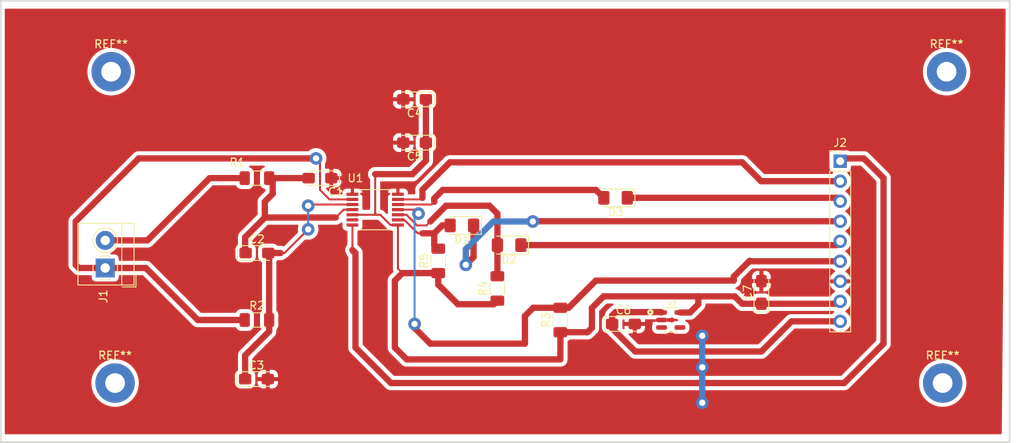
<source format=kicad_pcb>
(kicad_pcb (version 20211014) (generator pcbnew)
  (layers (0 "F.Cu" signal) (31 "B.Cu" signal) (34 "B.Paste" user) (35 "F.Paste" user) (36 "B.SilkS" user "B.Silkscreen") (37 "F.SilkS" user "F.Silkscreen") (38 "B.Mask" user) (39 "F.Mask" user) (44 "Edge.Cuts" user))
  (net 0 "")
  (net 1 "GNDD")
  (net 2 "/T+")
  (net 3 "/T-")
  (net 4 "+3.3V")
  (net 5 "/VIN")
  (net 6 "/~{CS}")
  (net 7 "Net-(D1-Pad2)")
  (net 8 "/SCK")
  (net 9 "Net-(D2-Pad2)")
  (net 10 "/SDI")
  (net 11 "Net-(D3-Pad2)")
  (net 12 "/THERM-")
  (net 13 "Net-(J1-Pad2)")
  (net 14 "/~{DRDY}")
  (net 15 "/~{FAULT}")
  (net 16 "/SDO")
  (footprint "libkicad:SOT95P280X145-5N" (layer "F.Cu") (at 167.5 100.5)
    (fp_text reference "U2" (at 0.17552 -2.123148) (layer "F.SilkS") (effects (font (size 0.484186 0.484186))))
    (fp_text value "MIC5225-3.3YM5-TR")
    (fp_line (start 0.85 -1.554) (end -0.85 -1.554) (layer "F.SilkS") (width 0.127))
    (fp_line (start -0.85 1.554) (end 0.85 1.554) (layer "F.SilkS") (width 0.127))
    (fp_circle (center -2.589 -0.992) (end -2.489 -0.992) (layer "F.SilkS") (width 0.3) (fill none))
    (pad "1" smd roundrect locked (at -1.165 -0.95 90) (size 0.58 1.39) (layers "F.Cu" "F.Paste" "F.Mask") (roundrect_rratio 0.37) (net 5 "/VIN"))
    (pad "2" smd roundrect locked (at -1.165 0 90) (size 0.58 1.39) (layers "F.Cu" "F.Paste" "F.Mask") (roundrect_rratio 0.37) (net 1 "GNDD"))
    (pad "3" smd roundrect locked (at -1.165 0.95 90) (size 0.58 1.39) (layers "F.Cu" "F.Paste" "F.Mask") (roundrect_rratio 0.37) (net 5 "/VIN"))
    (pad "4" smd roundrect locked (at 1.165 0.95 90) (size 0.58 1.39) (layers "F.Cu" "F.Paste" "F.Mask") (roundrect_rratio 0.37))
    (pad "5" smd roundrect locked (at 1.165 -0.95 90) (size 0.58 1.39) (layers "F.Cu" "F.Paste" "F.Mask") (roundrect_rratio 0.37) (net 4 "+3.3V"))
  )
  (footprint "Resistor_SMD:R_1206_3216Metric_Pad1.30x1.75mm_HandSolder" (layer "F.Cu") (at 138 93 90)
    (fp_text reference "R5" (at 0 -1.82 90) (layer "F.SilkS"))
    (fp_text value "10K")
    (fp_line (start -0.727064 -0.91) (end 0.727064 -0.91) (layer "F.SilkS") (width 0.12))
    (fp_line (start -0.727064 0.91) (end 0.727064 0.91) (layer "F.SilkS") (width 0.12))
    (pad "1" smd roundrect (at -1.55 0 90) (size 1.3 1.75) (layers "F.Cu" "F.Paste" "F.Mask") (roundrect_rratio 0.192308) (net 4 "+3.3V"))
    (pad "2" smd roundrect (at 1.55 0 90) (size 1.3 1.75) (layers "F.Cu" "F.Paste" "F.Mask") (roundrect_rratio 0.192308) (net 7 "Net-(D1-Pad2)"))
  )
  (footprint "Capacitor_Tantalum_SMD:CP_EIA-3216-10_Kemet-I_Pad1.58x1.35mm_HandSolder" (layer "F.Cu") (at 161.5 101)
    (fp_text reference "C6" (at 0 -1.75) (layer "F.SilkS"))
    (fp_text value "10uF")
    (fp_line (start -2.485 0.935) (end 1.6 0.935) (layer "F.SilkS") (width 0.12))
    (fp_line (start -2.485 -0.935) (end -2.485 0.935) (layer "F.SilkS") (width 0.12))
    (fp_line (start 1.6 -0.935) (end -2.485 -0.935) (layer "F.SilkS") (width 0.12))
    (pad "1" smd roundrect (at -1.4375 0) (size 1.575 1.35) (layers "F.Cu" "F.Paste" "F.Mask") (roundrect_rratio 0.185185) (net 5 "/VIN"))
    (pad "2" smd roundrect (at 1.4375 0) (size 1.575 1.35) (layers "F.Cu" "F.Paste" "F.Mask") (roundrect_rratio 0.185185) (net 1 "GNDD"))
  )
  (footprint "Capacitor_Tantalum_SMD:CP_EIA-3216-10_Kemet-I_Pad1.58x1.35mm_HandSolder" (layer "F.Cu") (at 115 92)
    (fp_text reference "C2" (at 0 -1.75) (layer "F.SilkS"))
    (fp_text value "0.1uF")
    (fp_line (start -2.485 -0.935) (end -2.485 0.935) (layer "F.SilkS") (width 0.12))
    (fp_line (start 1.6 -0.935) (end -2.485 -0.935) (layer "F.SilkS") (width 0.12))
    (fp_line (start -2.485 0.935) (end 1.6 0.935) (layer "F.SilkS") (width 0.12))
    (pad "1" smd roundrect (at -1.4375 0) (size 1.575 1.35) (layers "F.Cu" "F.Paste" "F.Mask") (roundrect_rratio 0.185185) (net 2 "/T+"))
    (pad "2" smd roundrect (at 1.4375 0) (size 1.575 1.35) (layers "F.Cu" "F.Paste" "F.Mask") (roundrect_rratio 0.185185) (net 3 "/T-"))
  )
  (footprint "Diode_SMD:D_1206_3216Metric_Pad1.42x1.75mm_HandSolder" (layer "F.Cu") (at 141 88.5 180)
    (fp_text reference "D1" (at 0 -1.82) (layer "F.SilkS"))
    (fp_text value "1N4148")
    (fp_line (start -2.46 1.135) (end 1.6 1.135) (layer "F.SilkS") (width 0.12))
    (fp_line (start -2.46 -1.135) (end -2.46 1.135) (layer "F.SilkS") (width 0.12))
    (fp_line (start 1.6 -1.135) (end -2.46 -1.135) (layer "F.SilkS") (width 0.12))
    (pad "1" smd roundrect (at -1.4875 0 180) (size 1.425 1.75) (layers "F.Cu" "F.Paste" "F.Mask") (roundrect_rratio 0.175439) (net 6 "/~{CS}"))
    (pad "2" smd roundrect (at 1.4875 0 180) (size 1.425 1.75) (layers "F.Cu" "F.Paste" "F.Mask") (roundrect_rratio 0.175439) (net 7 "Net-(D1-Pad2)"))
  )
  (footprint "Resistor_SMD:R_1206_3216Metric_Pad1.30x1.75mm_HandSolder" (layer "F.Cu") (at 115 82.5)
    (fp_text reference "R1" (at -2.5 -2) (layer "F.SilkS"))
    (fp_text value "100")
    (fp_line (start -0.727064 -0.91) (end 0.727064 -0.91) (layer "F.SilkS") (width 0.12))
    (fp_line (start -0.727064 0.91) (end 0.727064 0.91) (layer "F.SilkS") (width 0.12))
    (pad "1" smd roundrect (at -1.55 0) (size 1.3 1.75) (layers "F.Cu" "F.Paste" "F.Mask") (roundrect_rratio 0.192308) (net 13 "Net-(J1-Pad2)"))
    (pad "2" smd roundrect (at 1.55 0) (size 1.3 1.75) (layers "F.Cu" "F.Paste" "F.Mask") (roundrect_rratio 0.192308) (net 2 "/T+"))
  )
  (footprint "Resistor_SMD:R_1206_3216Metric_Pad1.30x1.75mm_HandSolder" (layer "F.Cu") (at 145.5 96.5 90)
    (fp_text reference "R4" (at 0 -1.82 90) (layer "F.SilkS"))
    (fp_text value "10K")
    (fp_line (start -0.727064 -0.91) (end 0.727064 -0.91) (layer "F.SilkS") (width 0.12))
    (fp_line (start -0.727064 0.91) (end 0.727064 0.91) (layer "F.SilkS") (width 0.12))
    (pad "1" smd roundrect (at -1.55 0 90) (size 1.3 1.75) (layers "F.Cu" "F.Paste" "F.Mask") (roundrect_rratio 0.192308) (net 4 "+3.3V"))
    (pad "2" smd roundrect (at 1.55 0 90) (size 1.3 1.75) (layers "F.Cu" "F.Paste" "F.Mask") (roundrect_rratio 0.192308) (net 9 "Net-(D2-Pad2)"))
  )
  (footprint "MountingHole:MountingHole_2.5mm_Pad" (layer "F.Cu") (at 202 108.5)
    (fp_text reference "REF**" (at 0 -3.5) (layer "F.SilkS"))
    (fp_text value "MountingHole_2.5mm_Pad")
    (pad "1" thru_hole circle (at 0 0) (size 5 5) (drill 2.5) (layers *.Cu *.Mask))
  )
  (footprint "Resistor_SMD:R_1206_3216Metric_Pad1.30x1.75mm_HandSolder" (layer "F.Cu") (at 153.5 100.5 90)
    (fp_text reference "R3" (at 0 -1.82 90) (layer "F.SilkS"))
    (fp_text value "10K")
    (fp_line (start -0.727064 0.91) (end 0.727064 0.91) (layer "F.SilkS") (width 0.12))
    (fp_line (start -0.727064 -0.91) (end 0.727064 -0.91) (layer "F.SilkS") (width 0.12))
    (pad "1" smd roundrect (at -1.55 0 90) (size 1.3 1.75) (layers "F.Cu" "F.Paste" "F.Mask") (roundrect_rratio 0.192308) (net 4 "+3.3V"))
    (pad "2" smd roundrect (at 1.55 0 90) (size 1.3 1.75) (layers "F.Cu" "F.Paste" "F.Mask") (roundrect_rratio 0.192308) (net 16 "/SDO"))
  )
  (footprint "Capacitor_Tantalum_SMD:CP_EIA-3216-10_Kemet-I_Pad1.58x1.35mm_HandSolder" (layer "F.Cu") (at 179 97 90)
    (fp_text reference "C7" (at 0 -1.75 90) (layer "F.SilkS"))
    (fp_text value "10uF")
    (fp_line (start -2.485 -0.935) (end -2.485 0.935) (layer "F.SilkS") (width 0.12))
    (fp_line (start 1.6 -0.935) (end -2.485 -0.935) (layer "F.SilkS") (width 0.12))
    (fp_line (start -2.485 0.935) (end 1.6 0.935) (layer "F.SilkS") (width 0.12))
    (pad "1" smd roundrect (at -1.4375 0 90) (size 1.575 1.35) (layers "F.Cu" "F.Paste" "F.Mask") (roundrect_rratio 0.185185) (net 4 "+3.3V"))
    (pad "2" smd roundrect (at 1.4375 0 90) (size 1.575 1.35) (layers "F.Cu" "F.Paste" "F.Mask") (roundrect_rratio 0.185185) (net 1 "GNDD"))
  )
  (footprint "MountingHole:MountingHole_2.5mm_Pad" (layer "F.Cu") (at 96.5 69)
    (fp_text reference "REF**" (at 0 -3.5) (layer "F.SilkS"))
    (fp_text value "MountingHole_2.5mm_Pad")
    (pad "1" thru_hole circle (at 0 0) (size 5 5) (drill 2.5) (layers *.Cu *.Mask))
  )
  (footprint "Capacitor_Tantalum_SMD:CP_EIA-3216-10_Kemet-I_Pad1.58x1.35mm_HandSolder" (layer "F.Cu") (at 114.9375 108)
    (fp_text reference "C3" (at 0 -1.75) (layer "F.SilkS"))
    (fp_text value "0.01uF")
    (fp_line (start -2.485 0.935) (end 1.6 0.935) (layer "F.SilkS") (width 0.12))
    (fp_line (start 1.6 -0.935) (end -2.485 -0.935) (layer "F.SilkS") (width 0.12))
    (fp_line (start -2.485 -0.935) (end -2.485 0.935) (layer "F.SilkS") (width 0.12))
    (pad "1" smd roundrect (at -1.4375 0) (size 1.575 1.35) (layers "F.Cu" "F.Paste" "F.Mask") (roundrect_rratio 0.185185) (net 3 "/T-"))
    (pad "2" smd roundrect (at 1.4375 0) (size 1.575 1.35) (layers "F.Cu" "F.Paste" "F.Mask") (roundrect_rratio 0.185185) (net 1 "GNDD"))
  )
  (footprint "TerminalBlock_4Ucon:TerminalBlock_4Ucon_1x02_P3.50mm_Horizontal" (layer "F.Cu") (at 95.75 93.9 90)
    (fp_text reference "J1" (at -3.6 -0.25 90) (layer "F.SilkS"))
    (fp_text value "Screw_Terminal_01x02")
    (fp_line (start -2.16 -3.46) (end 5.66 -3.46) (layer "F.SilkS") (width 0.12))
    (fp_line (start 5.66 -3.46) (end 5.66 3.66) (layer "F.SilkS") (width 0.12))
    (fp_line (start -2.16 -3.46) (end -2.16 3.66) (layer "F.SilkS") (width 0.12))
    (fp_line (start -2.4 2.16) (end -2.4 3.9) (layer "F.SilkS") (width 0.12))
    (fp_line (start -2.4 3.9) (end -0.9 3.9) (layer "F.SilkS") (width 0.12))
    (fp_line (start -2.16 2.1) (end 5.66 2.1) (layer "F.SilkS") (width 0.12))
    (fp_line (start -2.16 3.66) (end 5.66 3.66) (layer "F.SilkS") (width 0.12))
    (fp_arc (start 0.607587 1.431385) (mid 0.310017 1.523783) (end 0 1.555) (layer "F.SilkS") (width 0.12))
    (fp_arc (start 1.432109 -0.607742) (mid 1.555727 0.00014) (end 1.432 0.608) (layer "F.SilkS") (width 0.12))
    (fp_arc (start -1.432109 0.607742) (mid -1.555727 -0.00014) (end -1.432 -0.608) (layer "F.SilkS") (width 0.12))
    (fp_arc (start -0.607742 -1.432109) (mid 0.00014 -1.555727) (end 0.608 -1.432) (layer "F.SilkS") (width 0.12))
    (fp_arc (start 0.027011 1.555493) (mid -0.296984 1.527118) (end -0.608 1.432) (layer "F.SilkS") (width 0.12))
    (fp_circle (center 3.5 0) (end 5.055 0) (layer "F.SilkS") (width 0.12) (fill none))
    (pad "1" thru_hole rect (at 0 0 90) (size 2.4 2.4) (drill 1.2) (layers *.Cu *.Mask) (net 12 "/THERM-"))
    (pad "2" thru_hole circle (at 3.5 0 90) (size 2.4 2.4) (drill 1.2) (layers *.Cu *.Mask) (net 13 "Net-(J1-Pad2)"))
  )
  (footprint "Connector_PinHeader_2.54mm:PinHeader_1x09_P2.54mm_Vertical" (layer "F.Cu") (at 189 80.35)
    (fp_text reference "J2" (at 0 -2.33) (layer "F.SilkS"))
    (fp_text value "Conn_01x09_Male")
    (fp_line (start -1.33 1.27) (end -1.33 21.65) (layer "F.SilkS") (width 0.12))
    (fp_line (start -1.33 1.27) (end 1.33 1.27) (layer "F.SilkS") (width 0.12))
    (fp_line (start 1.33 1.27) (end 1.33 21.65) (layer "F.SilkS") (width 0.12))
    (fp_line (start -1.33 -1.33) (end 0 -1.33) (layer "F.SilkS") (width 0.12))
    (fp_line (start -1.33 21.65) (end 1.33 21.65) (layer "F.SilkS") (width 0.12))
    (fp_line (start -1.33 0) (end -1.33 -1.33) (layer "F.SilkS") (width 0.12))
    (pad "1" thru_hole rect (at 0 0) (size 1.7 1.7) (drill 1) (layers *.Cu *.Mask) (net 14 "/~{DRDY}"))
    (pad "2" thru_hole oval (at 0 2.54) (size 1.7 1.7) (drill 1) (layers *.Cu *.Mask) (net 15 "/~{FAULT}"))
    (pad "3" thru_hole oval (at 0 5.08) (size 1.7 1.7) (drill 1) (layers *.Cu *.Mask) (net 10 "/SDI"))
    (pad "4" thru_hole oval (at 0 7.62) (size 1.7 1.7) (drill 1) (layers *.Cu *.Mask) (net 6 "/~{CS}"))
    (pad "5" thru_hole oval (at 0 10.16) (size 1.7 1.7) (drill 1) (layers *.Cu *.Mask) (net 8 "/SCK"))
    (pad "6" thru_hole oval (at 0 12.7) (size 1.7 1.7) (drill 1) (layers *.Cu *.Mask) (net 16 "/SDO"))
    (pad "7" thru_hole oval (at 0 15.24) (size 1.7 1.7) (drill 1) (layers *.Cu *.Mask) (net 1 "GNDD"))
    (pad "8" thru_hole oval (at 0 17.78) (size 1.7 1.7) (drill 1) (layers *.Cu *.Mask) (net 4 "+3.3V"))
    (pad "9" thru_hole oval (at 0 20.32) (size 1.7 1.7) (drill 1) (layers *.Cu *.Mask) (net 5 "/VIN"))
  )
  (footprint "Capacitor_Tantalum_SMD:CP_EIA-3216-10_Kemet-I_Pad1.58x1.35mm_HandSolder" (layer "F.Cu") (at 123 82.5 180)
    (fp_text reference "C1" (at -2 -1.75) (layer "F.SilkS"))
    (fp_text value "0.01uF")
    (fp_line (start -2.485 -0.935) (end -2.485 0.935) (layer "F.SilkS") (width 0.12))
    (fp_line (start -2.485 0.935) (end 1.6 0.935) (layer "F.SilkS") (width 0.12))
    (fp_line (start 1.6 -0.935) (end -2.485 -0.935) (layer "F.SilkS") (width 0.12))
    (pad "1" smd roundrect (at -1.4375 0 180) (size 1.575 1.35) (layers "F.Cu" "F.Paste" "F.Mask") (roundrect_rratio 0.185185) (net 1 "GNDD"))
    (pad "2" smd roundrect (at 1.4375 0 180) (size 1.575 1.35) (layers "F.Cu" "F.Paste" "F.Mask") (roundrect_rratio 0.185185) (net 2 "/T+"))
  )
  (footprint "Diode_SMD:D_1206_3216Metric_Pad1.42x1.75mm_HandSolder" (layer "F.Cu") (at 147 91 180)
    (fp_text reference "D2" (at 0 -1.82) (layer "F.SilkS"))
    (fp_text value "1N4148")
    (fp_line (start 1.6 -1.135) (end -2.46 -1.135) (layer "F.SilkS") (width 0.12))
    (fp_line (start -2.46 1.135) (end 1.6 1.135) (layer "F.SilkS") (width 0.12))
    (fp_line (start -2.46 -1.135) (end -2.46 1.135) (layer "F.SilkS") (width 0.12))
    (pad "1" smd roundrect (at -1.4875 0 180) (size 1.425 1.75) (layers "F.Cu" "F.Paste" "F.Mask") (roundrect_rratio 0.175439) (net 8 "/SCK"))
    (pad "2" smd roundrect (at 1.4875 0 180) (size 1.425 1.75) (layers "F.Cu" "F.Paste" "F.Mask") (roundrect_rratio 0.175439) (net 9 "Net-(D2-Pad2)"))
  )
  (footprint "Resistor_SMD:R_1206_3216Metric_Pad1.30x1.75mm_HandSolder" (layer "F.Cu") (at 115 100.5)
    (fp_text reference "R2" (at 0 -1.82) (layer "F.SilkS"))
    (fp_text value "100")
    (fp_line (start -0.727064 -0.91) (end 0.727064 -0.91) (layer "F.SilkS") (width 0.12))
    (fp_line (start -0.727064 0.91) (end 0.727064 0.91) (layer "F.SilkS") (width 0.12))
    (pad "1" smd roundrect (at -1.55 0) (size 1.3 1.75) (layers "F.Cu" "F.Paste" "F.Mask") (roundrect_rratio 0.192308) (net 12 "/THERM-"))
    (pad "2" smd roundrect (at 1.55 0) (size 1.3 1.75) (layers "F.Cu" "F.Paste" "F.Mask") (roundrect_rratio 0.192308) (net 3 "/T-"))
  )
  (footprint "Capacitor_Tantalum_SMD:CP_EIA-3216-10_Kemet-I_Pad1.58x1.35mm_HandSolder" (layer "F.Cu") (at 135 72.5 180)
    (fp_text reference "C4" (at 0 -1.75) (layer "F.SilkS"))
    (fp_text value "0.1uF")
    (fp_line (start -2.485 0.935) (end 1.6 0.935) (layer "F.SilkS") (width 0.12))
    (fp_line (start -2.485 -0.935) (end -2.485 0.935) (layer "F.SilkS") (width 0.12))
    (fp_line (start 1.6 -0.935) (end -2.485 -0.935) (layer "F.SilkS") (width 0.12))
    (pad "1" smd roundrect (at -1.4375 0 180) (size 1.575 1.35) (layers "F.Cu" "F.Paste" "F.Mask") (roundrect_rratio 0.185185) (net 4 "+3.3V"))
    (pad "2" smd roundrect (at 1.4375 0 180) (size 1.575 1.35) (layers "F.Cu" "F.Paste" "F.Mask") (roundrect_rratio 0.185185) (net 1 "GNDD"))
  )
  (footprint "libkicad:SOP65P640X110-14N" (layer "F.Cu") (at 130 86.5)
    (fp_text reference "U1" (at -2.5 -4) (layer "F.SilkS"))
    (fp_text value "MAX31856MUD+T")
    (fp_line (start -2.25 2.55) (end 2.25 2.55) (layer "F.SilkS") (width 0.127))
    (fp_line (start -2.25 -2.55) (end 2.25 -2.55) (layer "F.SilkS") (width 0.127))
    (fp_circle (center -4.385 -2.36) (end -4.285 -2.36) (layer "F.SilkS") (width 0.2) (fill none))
    (pad "1" smd roundrect locked (at -2.885 -1.95) (size 1.5 0.41) (layers "F.Cu" "F.Paste" "F.Mask") (roundrect_rratio 0.05) (net 1 "GNDD"))
    (pad "2" smd roundrect locked (at -2.885 -1.3) (size 1.5 0.41) (layers "F.Cu" "F.Paste" "F.Mask") (roundrect_rratio 0.05) (net 12 "/THERM-"))
    (pad "3" smd roundrect locked (at -2.885 -0.65) (size 1.5 0.41) (layers "F.Cu" "F.Paste" "F.Mask") (roundrect_rratio 0.05) (net 3 "/T-"))
    (pad "4" smd roundrect locked (at -2.885 0) (size 1.5 0.41) (layers "F.Cu" "F.Paste" "F.Mask") (roundrect_rratio 0.05) (net 2 "/T+"))
    (pad "5" smd roundrect locked (at -2.885 0.65) (size 1.5 0.41) (layers "F.Cu" "F.Paste" "F.Mask") (roundrect_rratio 0.05) (net 4 "+3.3V"))
    (pad "6" smd roundrect locked (at -2.885 1.3) (size 1.5 0.41) (layers "F.Cu" "F.Paste" "F.Mask") (roundrect_rratio 0.05))
    (pad "7" smd roundrect locked (at -2.885 1.95) (size 1.5 0.41) (layers "F.Cu" "F.Paste" "F.Mask") (roundrect_rratio 0.05) (net 14 "/~{DRDY}"))
    (pad "8" smd roundrect locked (at 2.885 1.95) (size 1.5 0.41) (layers "F.Cu" "F.Paste" "F.Mask") (roundrect_rratio 0.05) (net 4 "+3.3V"))
    (pad "9" smd roundrect locked (at 2.885 1.3) (size 1.5 0.41) (layers "F.Cu" "F.Paste" "F.Mask") (roundrect_rratio 0.05) (net 7 "Net-(D1-Pad2)"))
    (pad "10" smd roundrect locked (at 2.885 0.65) (size 1.5 0.41) (layers "F.Cu" "F.Paste" "F.Mask") (roundrect_rratio 0.05) (net 9 "Net-(D2-Pad2)"))
    (pad "11" smd roundrect locked (at 2.885 0) (size 1.5 0.41) (layers "F.Cu" "F.Paste" "F.Mask") (roundrect_rratio 0.05) (net 16 "/SDO"))
    (pad "12" smd roundrect locked (at 2.885 -0.65) (size 1.5 0.41) (layers "F.Cu" "F.Paste" "F.Mask") (roundrect_rratio 0.05) (net 11 "Net-(D3-Pad2)"))
    (pad "13" smd roundrect locked (at 2.885 -1.3) (size 1.5 0.41) (layers "F.Cu" "F.Paste" "F.Mask") (roundrect_rratio 0.05) (net 15 "/~{FAULT}"))
    (pad "14" smd roundrect locked (at 2.885 -1.95) (size 1.5 0.41) (layers "F.Cu" "F.Paste" "F.Mask") (roundrect_rratio 0.05) (net 1 "GNDD"))
  )
  (footprint "MountingHole:MountingHole_2.5mm_Pad" (layer "F.Cu") (at 97 108.5)
    (fp_text reference "REF**" (at 0 -3.5) (layer "F.SilkS"))
    (fp_text value "MountingHole_2.5mm_Pad")
    (pad "1" thru_hole circle (at 0 0) (size 5 5) (drill 2.5) (layers *.Cu *.Mask))
  )
  (footprint "Diode_SMD:D_1206_3216Metric_Pad1.42x1.75mm_HandSolder" (layer "F.Cu") (at 160.5 85 180)
    (fp_text reference "D3" (at 0 -1.82) (layer "F.SilkS"))
    (fp_text value "1N4148")
    (fp_line (start -2.46 1.135) (end 1.6 1.135) (layer "F.SilkS") (width 0.12))
    (fp_line (start 1.6 -1.135) (end -2.46 -1.135) (layer "F.SilkS") (width 0.12))
    (fp_line (start -2.46 -1.135) (end -2.46 1.135) (layer "F.SilkS") (width 0.12))
    (pad "1" smd roundrect (at -1.4875 0 180) (size 1.425 1.75) (layers "F.Cu" "F.Paste" "F.Mask") (roundrect_rratio 0.175439) (net 10 "/SDI"))
    (pad "2" smd roundrect (at 1.4875 0 180) (size 1.425 1.75) (layers "F.Cu" "F.Paste" "F.Mask") (roundrect_rratio 0.175439) (net 11 "Net-(D3-Pad2)"))
  )
  (footprint "MountingHole:MountingHole_2.5mm_Pad" (layer "F.Cu") (at 202.5 69)
    (fp_text reference "REF**" (at 0 -3.5) (layer "F.SilkS"))
    (fp_text value "MountingHole_2.5mm_Pad")
    (pad "1" thru_hole circle (at 0 0) (size 5 5) (drill 2.5) (layers *.Cu *.Mask))
  )
  (footprint "Capacitor_Tantalum_SMD:CP_EIA-3216-10_Kemet-I_Pad1.58x1.35mm_HandSolder" (layer "F.Cu") (at 135 78 180)
    (fp_text reference "C5" (at 0 -1.75) (layer "F.SilkS"))
    (fp_text value "0.1uF")
    (fp_line (start -2.485 0.935) (end 1.6 0.935) (layer "F.SilkS") (width 0.12))
    (fp_line (start -2.485 -0.935) (end -2.485 0.935) (layer "F.SilkS") (width 0.12))
    (fp_line (start 1.6 -0.935) (end -2.485 -0.935) (layer "F.SilkS") (width 0.12))
    (pad "1" smd roundrect (at -1.4375 0 180) (size 1.575 1.35) (layers "F.Cu" "F.Paste" "F.Mask") (roundrect_rratio 0.185185) (net 4 "+3.3V"))
    (pad "2" smd roundrect (at 1.4375 0 180) (size 1.575 1.35) (layers "F.Cu" "F.Paste" "F.Mask") (roundrect_rratio 0.185185) (net 1 "GNDD"))
  )
  (gr_rect (start 82.5 60) (end 210.5 116) (layer "Edge.Cuts") (width 0.2) (fill none))
  (segment (start 162.9375 101) (end 162.9375 101.4375) (width 0.8) (layer "F.Cu") (net 1))
  (segment (start 188.9725 95.5625) (end 189 95.59) (width 0.25) (layer "F.Cu") (net 1))
  (via (at 171.5 102.5) (size 1.6) (drill 0.8) (layers "F.Cu" "B.Cu") (net 1))
  (via (at 171.5 111) (size 1.6) (drill 0.8) (layers "F.Cu" "B.Cu") (net 1))
  (via (at 171.5 106.5) (size 1.6) (drill 0.8) (layers "F.Cu" "B.Cu") (net 1))
  (segment (start 171.5 106.5) (end 171.5 102.5) (width 0.8) (layer "B.Cu") (net 1))
  (segment (start 171.5 111) (end 171.5 106.5) (width 0.8) (layer "B.Cu") (net 1))
  (segment (start 116.55 82.5) (end 117 82.95) (width 0.8) (layer "F.Cu") (net 2))
  (segment (start 113.5 91.9375) (end 113.5625 92) (width 0.8) (layer "F.Cu") (net 2))
  (segment (start 116.55 82.5) (end 121.5625 82.5) (width 0.8) (layer "F.Cu") (net 2))
  (segment (start 117 84.5) (end 116 85.5) (width 0.8) (layer "F.Cu") (net 2))
  (segment (start 116 86.5) (end 116 87) (width 0.8) (layer "F.Cu") (net 2))
  (segment (start 116 85.5) (end 116 86.5) (width 0.8) (layer "F.Cu") (net 2))
  (segment (start 116.5625 82.4875) (end 116.55 82.5) (width 0.8) (layer "F.Cu") (net 2))
  (segment (start 126 86.5) (end 125 87.5) (width 0.25) (layer "F.Cu") (net 2))
  (segment (start 113.5 90) (end 113.5 91.9375) (width 0.8) (layer "F.Cu") (net 2))
  (segment (start 127.115 86.5) (end 126 86.5) (width 0.25) (layer "F.Cu") (net 2))
  (segment (start 116 87.5) (end 125 87.5) (width 0.8) (layer "F.Cu") (net 2))
  (segment (start 116 87) (end 116 87.5) (width 0.8) (layer "F.Cu") (net 2))
  (segment (start 113.45 92.1125) (end 113.5625 92) (width 0.2) (layer "F.Cu") (net 2))
  (segment (start 116 87.5) (end 113.5 90) (width 0.8) (layer "F.Cu") (net 2))
  (segment (start 117 82.95) (end 117 84.5) (width 0.8) (layer "F.Cu") (net 2))
  (segment (start 121.5 89) (end 118.5 92) (width 0.25) (layer "F.Cu") (net 3))
  (segment (start 127.115 85.85) (end 121.35 85.85) (width 0.25) (layer "F.Cu") (net 3))
  (segment (start 116.4375 92) (end 118 92) (width 0.8) (layer "F.Cu") (net 3))
  (segment (start 116.55 92.1125) (end 116.55 100.5) (width 0.8) (layer "F.Cu") (net 3))
  (segment (start 118.5 92) (end 118 92) (width 0.25) (layer "F.Cu") (net 3))
  (segment (start 117 100.05) (end 116.55 100.5) (width 0.2) (layer "F.Cu") (net 3))
  (segment (start 113.5 105) (end 116.55 101.95) (width 0.8) (layer "F.Cu") (net 3))
  (segment (start 113.5 108) (end 113.5 105) (width 0.8) (layer "F.Cu") (net 3))
  (segment (start 116.4375 92) (end 116.55 92.1125) (width 0.8) (layer "F.Cu") (net 3))
  (segment (start 116.55 101.95) (end 116.55 100.5) (width 0.8) (layer "F.Cu") (net 3))
  (segment (start 116.5 100.45) (end 116.55 100.5) (width 0.8) (layer "F.Cu") (net 3))
  (via (at 121.5 86) (size 1.6) (drill 0.8) (layers "F.Cu" "B.Cu") (net 3))
  (via (at 121.5 89) (size 1.6) (drill 0.8) (layers "F.Cu" "B.Cu") (net 3))
  (segment (start 121.5 86) (end 121.5 89) (width 0.25) (layer "B.Cu") (net 3))
  (segment (start 157.5 98.975) (end 158.975 97.5) (width 0.8) (layer "F.Cu") (net 4))
  (segment (start 176.5625 98.4375) (end 179 98.4375) (width 0.8) (layer "F.Cu") (net 4))
  (segment (start 158.975 97.5) (end 171 97.5) (width 0.8) (layer "F.Cu") (net 4))
  (segment (start 132.885 88.45) (end 132.885 93.985) (width 0.25) (layer "F.Cu") (net 4))
  (segment (start 156.95 102.05) (end 157.5 101.5) (width 0.8) (layer "F.Cu") (net 4))
  (segment (start 133.45 94.55) (end 132.5 95.5) (width 0.8) (layer "F.Cu") (net 4))
  (segment (start 132.885 93.985) (end 133.45 94.55) (width 0.25) (layer "F.Cu") (net 4))
  (segment (start 138 94.55) (end 133.45 94.55) (width 0.8) (layer "F.Cu") (net 4))
  (segment (start 179 98.4375) (end 188.6925 98.4375) (width 0.8) (layer "F.Cu") (net 4))
  (segment (start 130 87) (end 130.15 87.15) (width 0.25) (layer "F.Cu") (net 4))
  (segment (start 169.95 99.55) (end 168.665 99.55) (width 0.8) (layer "F.Cu") (net 4))
  (segment (start 134.725 82) (end 130 82) (width 0.8) (layer "F.Cu") (net 4))
  (segment (start 157.5 101.5) (end 157.5 98.975) (width 0.8) (layer "F.Cu") (net 4))
  (segment (start 140.5 98.5) (end 145.05 98.5) (width 0.8) (layer "F.Cu") (net 4))
  (segment (start 138 94.55) (end 138 96) (width 0.8) (layer "F.Cu") (net 4))
  (segment (start 145.05 98.5) (end 145.5 98.05) (width 0.8) (layer "F.Cu") (net 4))
  (segment (start 188.6925 98.4375) (end 189 98.13) (width 0.8) (layer "F.Cu") (net 4))
  (segment (start 130.15 87.15) (end 130.65 87.15) (width 0.25) (layer "F.Cu") (net 4))
  (segment (start 132.5 95.5) (end 132.5 104) (width 0.8) (layer "F.Cu") (net 4))
  (segment (start 171 97.5) (end 171 98.5) (width 0.8) (layer "F.Cu") (net 4))
  (segment (start 132.5 104) (end 134 105.5) (width 0.8) (layer "F.Cu") (net 4))
  (segment (start 131.95 88.45) (end 132.885 88.45) (width 0.25) (layer "F.Cu") (net 4))
  (segment (start 134 105.5) (end 153.5 105.5) (width 0.8) (layer "F.Cu") (net 4))
  (segment (start 130 82) (end 130 87) (width 0.25) (layer "F.Cu") (net 4))
  (segment (start 153.5 105.5) (end 153.5 102.05) (width 0.8) (layer "F.Cu") (net 4))
  (segment (start 175.625 97.5) (end 176.5625 98.4375) (width 0.8) (layer "F.Cu") (net 4))
  (segment (start 136.4375 78) (end 136.4375 80.2875) (width 0.8) (layer "F.Cu") (net 4))
  (segment (start 171 98.5) (end 169.95 99.55) (width 0.8) (layer "F.Cu") (net 4))
  (segment (start 153.5 102.05) (end 156.95 102.05) (width 0.8) (layer "F.Cu") (net 4))
  (segment (start 130.65 87.15) (end 131.95 88.45) (width 0.25) (layer "F.Cu") (net 4))
  (segment (start 138 96) (end 140.5 98.5) (width 0.8) (layer "F.Cu") (net 4))
  (segment (start 136.4375 80.2875) (end 134.725 82) (width 0.8) (layer "F.Cu") (net 4))
  (segment (start 127.115 87.15) (end 129.85 87.15) (width 0.25) (layer "F.Cu") (net 4))
  (segment (start 129.85 87.15) (end 130.15 87.15) (width 0.25) (layer "F.Cu") (net 4))
  (segment (start 136.4375 72.5) (end 136.4375 78) (width 0.8) (layer "F.Cu") (net 4))
  (segment (start 171 97.5) (end 175.625 97.5) (width 0.8) (layer "F.Cu") (net 4))
  (segment (start 160.0625 99.9375) (end 160.5 99.5) (width 0.8) (layer "F.Cu") (net 5))
  (segment (start 179 104.5) (end 182.83 100.67) (width 0.8) (layer "F.Cu") (net 5))
  (segment (start 166.335 99.55) (end 162.55 99.55) (width 0.25) (layer "F.Cu") (net 5))
  (segment (start 160.0625 101.5625) (end 163 104.5) (width 0.8) (layer "F.Cu") (net 5))
  (segment (start 160.0625 101) (end 160.0625 99.9375) (width 0.8) (layer "F.Cu") (net 5))
  (segment (start 166.285 99.5) (end 166.335 99.55) (width 0.8) (layer "F.Cu") (net 5))
  (segment (start 182.83 100.67) (end 189 100.67) (width 0.8) (layer "F.Cu") (net 5))
  (segment (start 160.5 99.5) (end 166.285 99.5) (width 0.8) (layer "F.Cu") (net 5))
  (segment (start 163 104.5) (end 179 104.5) (width 0.8) (layer "F.Cu") (net 5))
  (segment (start 160.0625 101) (end 160.0625 101.5625) (width 0.8) (layer "F.Cu") (net 5))
  (segment (start 189 87.97) (end 150.03 87.97) (width 0.8) (layer "F.Cu") (net 6))
  (segment (start 150.03 87.97) (end 150 88) (width 0.8) (layer "F.Cu") (net 6))
  (segment (start 141.5 93.5) (end 142.4875 92.5125) (width 0.8) (layer "F.Cu") (net 6))
  (segment (start 142.4875 92.5125) (end 142.4875 88.5) (width 0.8) (layer "F.Cu") (net 6))
  (via (at 141.5 93.5) (size 1.6) (drill 0.8) (layers "F.Cu" "B.Cu") (net 6))
  (via (at 150 88) (size 1.6) (drill 0.8) (layers "F.Cu" "B.Cu") (net 6))
  (segment (start 141.5 91.5) (end 145 88) (width 0.8) (layer "B.Cu") (net 6))
  (segment (start 141.5 93.5) (end 141.5 91.5) (width 0.8) (layer "B.Cu") (net 6))
  (segment (start 145 88) (end 150 88) (width 0.8) (layer "B.Cu") (net 6))
  (segment (start 138.5 88.5) (end 137.5 89.5) (width 0.8) (layer "F.Cu") (net 7))
  (segment (start 139.5125 88.5) (end 138.5 88.5) (width 0.8) (layer "F.Cu") (net 7))
  (segment (start 137.5 89.5) (end 137.5 90.95) (width 0.8) (layer "F.Cu") (net 7))
  (segment (start 135.4 89.5) (end 136 89.5) (width 0.25) (layer "F.Cu") (net 7))
  (segment (start 137.5 89.5) (end 136 89.5) (width 0.8) (layer "F.Cu") (net 7))
  (segment (start 133.7 87.8) (end 135.4 89.5) (width 0.25) (layer "F.Cu") (net 7))
  (segment (start 132.885 87.8) (end 133.7 87.8) (width 0.25) (layer "F.Cu") (net 7))
  (segment (start 137.5 90.95) (end 138 91.45) (width 0.8) (layer "F.Cu") (net 7))
  (segment (start 188.51 91) (end 189 90.51) (width 0.8) (layer "F.Cu") (net 8))
  (segment (start 148.4875 91) (end 188.51 91) (width 0.8) (layer "F.Cu") (net 8))
  (segment (start 144.5 86) (end 139 86) (width 0.8) (layer "F.Cu") (net 9))
  (segment (start 145.5125 87.0125) (end 144.5 86) (width 0.8) (layer "F.Cu") (net 9))
  (segment (start 137 88) (end 136.5 88.5) (width 0.25) (layer "F.Cu") (net 9))
  (segment (start 135.325 88.5) (end 133.975 87.15) (width 0.25) (layer "F.Cu") (net 9))
  (segment (start 136.5 88.5) (end 135.325 88.5) (width 0.25) (layer "F.Cu") (net 9))
  (segment (start 145.5125 91) (end 145.5125 87.0125) (width 0.8) (layer "F.Cu") (net 9))
  (segment (start 133.975 87.15) (end 132.885 87.15) (width 0.25) (layer "F.Cu") (net 9))
  (segment (start 145.5125 94.9375) (end 145.5 94.95) (width 0.8) (layer "F.Cu") (net 9))
  (segment (start 139 86) (end 137 88) (width 0.8) (layer "F.Cu") (net 9))
  (segment (start 145.5125 91) (end 145.5125 94.9375) (width 0.8) (layer "F.Cu") (net 9))
  (segment (start 188.57 85) (end 189 85.43) (width 0.8) (layer "F.Cu") (net 10))
  (segment (start 161.9875 85) (end 188.57 85) (width 0.8) (layer "F.Cu") (net 10))
  (segment (start 137.5 85.5) (end 137.5 85.075) (width 0.8) (layer "F.Cu") (net 11))
  (segment (start 137.5 85.5) (end 137.15 85.85) (width 0.25) (layer "F.Cu") (net 11))
  (segment (start 138.575 84) (end 158.0125 84) (width 0.8) (layer "F.Cu") (net 11))
  (segment (start 158.0125 84) (end 159.0125 85) (width 0.8) (layer "F.Cu") (net 11))
  (segment (start 137.5 85.075) (end 138.575 84) (width 0.8) (layer "F.Cu") (net 11))
  (segment (start 137.15 85.85) (end 132.885 85.85) (width 0.25) (layer "F.Cu") (net 11))
  (segment (start 123 80.5) (end 123 84) (width 0.25) (layer "F.Cu") (net 12))
  (segment (start 100 80) (end 122.5 80) (width 0.8) (layer "F.Cu") (net 12))
  (segment (start 95.75 93.9) (end 100.9 93.9) (width 0.8) (layer "F.Cu") (net 12))
  (segment (start 123 84) (end 124.2 85.2) (width 0.25) (layer "F.Cu") (net 12))
  (segment (start 124.2 85.2) (end 127.115 85.2) (width 0.25) (layer "F.Cu") (net 12))
  (segment (start 107.5 100.5) (end 113.45 100.5) (width 0.8) (layer "F.Cu") (net 12))
  (segment (start 122.5 80) (end 123 80.5) (width 0.25) (layer "F.Cu") (net 12))
  (segment (start 92.4 93.9) (end 92 93.5) (width 0.8) (layer "F.Cu") (net 12))
  (segment (start 95.75 93.9) (end 92.4 93.9) (width 0.8) (layer "F.Cu") (net 12))
  (segment (start 100.9 93.9) (end 107.5 100.5) (width 0.8) (layer "F.Cu") (net 12))
  (segment (start 92 93.5) (end 92 88) (width 0.8) (layer "F.Cu") (net 12))
  (segment (start 92 88) (end 100 80) (width 0.8) (layer "F.Cu") (net 12))
  (via (at 122.5 80) (size 1.6) (drill 0.8) (layers "F.Cu" "B.Cu") (net 12))
  (segment (start 101.1 90.4) (end 95.75 90.4) (width 0.8) (layer "F.Cu") (net 13))
  (segment (start 113.45 82.5) (end 109 82.5) (width 0.8) (layer "F.Cu") (net 13))
  (segment (start 109 82.5) (end 101.1 90.4) (width 0.8) (layer "F.Cu") (net 13))
  (segment (start 189 80.35) (end 189.35 80) (width 0.8) (layer "F.Cu") (net 14))
  (segment (start 127.5 104) (end 127.5 92) (width 0.8) (layer "F.Cu") (net 14))
  (segment (start 127.115 91.885) (end 127 92) (width 0.25) (layer "F.Cu") (net 14))
  (segment (start 127.115 88.45) (end 127.115 91.615) (width 0.25) (layer "F.Cu") (net 14))
  (segment (start 194.5 82.5) (end 194.5 103.5) (width 0.8) (layer "F.Cu") (net 14))
  (segment (start 189.5 108.5) (end 132 108.5) (width 0.8) (layer "F.Cu") (net 14))
  (segment (start 127.115 91.615) (end 127.115 91.885) (width 0.25) (layer "F.Cu") (net 14))
  (segment (start 192 80) (end 194.5 82.5) (width 0.8) (layer "F.Cu") (net 14))
  (segment (start 189.35 80) (end 192 80) (width 0.8) (layer "F.Cu") (net 14))
  (segment (start 127.5 92) (end 127.115 91.615) (width 0.8) (layer "F.Cu") (net 14))
  (segment (start 132 108.5) (end 127.5 104) (width 0.8) (layer "F.Cu") (net 14))
  (segment (start 194.5 103.5) (end 189.5 108.5) (width 0.8) (layer "F.Cu") (net 14))
  (segment (start 139.475 80.5) (end 136 83.975) (width 0.8) (layer "F.Cu") (net 15))
  (segment (start 176.575 80.5) (end 139.475 80.5) (width 0.8) (layer "F.Cu") (net 15))
  (segment (start 132.885 85.2) (end 135.8 85.2) (width 0.25) (layer "F.Cu") (net 15))
  (segment (start 189 82.89) (end 178.965 82.89) (width 0.8) (layer "F.Cu") (net 15))
  (segment (start 135.8 85.2) (end 136 85) (width 0.25) (layer "F.Cu") (net 15))
  (segment (start 136 83.975) (end 136 85) (width 0.8) (layer "F.Cu") (net 15))
  (segment (start 178.965 82.89) (end 176.575 80.5) (width 0.8) (layer "F.Cu") (net 15))
  (segment (start 188.89 83) (end 189 82.89) (width 0.25) (layer "F.Cu") (net 15))
  (segment (start 137 103.5) (end 135 101.5) (width 0.8) (layer "F.Cu") (net 16))
  (segment (start 177.5 93) (end 175.5 95) (width 0.8) (layer "F.Cu") (net 16))
  (segment (start 149 100) (end 149 103.5) (width 0.8) (layer "F.Cu") (net 16))
  (segment (start 153.5 98.95) (end 150.05 98.95) (width 0.8) (layer "F.Cu") (net 16))
  (segment (start 135 101.5) (end 135 101) (width 0.8) (layer "F.Cu") (net 16))
  (segment (start 154.55 98.95) (end 153.5 98.95) (width 0.8) (layer "F.Cu") (net 16))
  (segment (start 135.5 87) (end 135 86.5) (width 0.25) (layer "F.Cu") (net 16))
  (segment (start 189 93.05) (end 177.55 93.05) (width 0.8) (layer "F.Cu") (net 16))
  (segment (start 158 95.5) (end 154.55 98.95) (width 0.8) (layer "F.Cu") (net 16))
  (segment (start 135 86.5) (end 132.885 86.5) (width 0.25) (layer "F.Cu") (net 16))
  (segment (start 175.5 95.5) (end 158 95.5) (width 0.8) (layer "F.Cu") (net 16))
  (segment (start 177.55 93.05) (end 177.5 93) (width 0.8) (layer "F.Cu") (net 16))
  (segment (start 150.05 98.95) (end 149 100) (width 0.8) (layer "F.Cu") (net 16))
  (segment (start 175.5 95) (end 175.5 95.5) (width 0.8) (layer "F.Cu") (net 16))
  (segment (start 149 103.5) (end 137 103.5) (width 0.8) (layer "F.Cu") (net 16))
  (via (at 135.5 87) (size 1.6) (drill 0.8) (layers "F.Cu" "B.Cu") (net 16))
  (via (at 135 101) (size 1.6) (drill 0.8) (layers "F.Cu" "B.Cu") (net 16))
  (segment (start 135 87.5) (end 135.5 87) (width 0.25) (layer "B.Cu") (net 16))
  (segment (start 135 101) (end 135 87.5) (width 0.25) (layer "B.Cu") (net 16))
  (zone (net 1) (net_name "GNDD") (layer "F.Cu") (connect_pads (clearance 0.508)) (min_thickness 0.254) (fill yes (thermal_gap 0.508) (thermal_bridge_width 0.508))
    (polygon (pts (xy 209.5 115) (xy 83 115) (xy 83 61.5) (xy 82.5 61) (xy 210 61)))
  )
)
</source>
